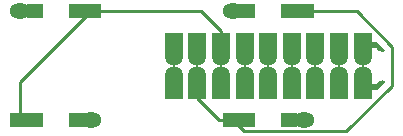
<source format=gbr>
%TF.GenerationSoftware,KiCad,Pcbnew,(6.0.6)*%
%TF.CreationDate,2022-07-28T22:43:08-07:00*%
%TF.ProjectId,left_thumb_routed,6c656674-5f74-4687-956d-625f726f7574,v1.0.0*%
%TF.SameCoordinates,Original*%
%TF.FileFunction,Copper,L1,Top*%
%TF.FilePolarity,Positive*%
%FSLAX46Y46*%
G04 Gerber Fmt 4.6, Leading zero omitted, Abs format (unit mm)*
G04 Created by KiCad (PCBNEW (6.0.6)) date 2022-07-28 22:43:08*
%MOMM*%
%LPD*%
G01*
G04 APERTURE LIST*
%TA.AperFunction,SMDPad,CuDef*%
%ADD10R,1.400000X1.300000*%
%TD*%
%TA.AperFunction,ComponentPad*%
%ADD11R,1.778000X1.300000*%
%TD*%
%TA.AperFunction,ComponentPad*%
%ADD12O,1.778000X1.300000*%
%TD*%
%TA.AperFunction,ComponentPad*%
%ADD13C,1.500000*%
%TD*%
%TA.AperFunction,SMDPad,CuDef*%
%ADD14R,1.500000X2.000000*%
%TD*%
%TA.AperFunction,Conductor*%
%ADD15C,0.250000*%
%TD*%
G04 APERTURE END LIST*
D10*
%TO.P,D36,1*%
%TO.N,R5*%
X-65225000Y-47500000D03*
D11*
X-64000000Y-47500000D03*
D10*
%TO.P,D36,2*%
%TO.N,mirror_c2_r5*%
X-68775000Y-47500000D03*
D12*
X-70000000Y-47500000D03*
%TD*%
D11*
%TO.P,D35,1*%
%TO.N,R4*%
X-82000000Y-47500000D03*
D10*
X-83225000Y-47500000D03*
D12*
%TO.P,D35,2*%
%TO.N,mirror_c2_r4*%
X-88000000Y-47500000D03*
D10*
X-86775000Y-47500000D03*
%TD*%
D13*
%TO.P,J7,1*%
%TO.N,VCC*%
X-59000000Y-51400000D03*
D14*
X-59000000Y-50400000D03*
X-59000000Y-53900000D03*
D13*
X-59000000Y-52900000D03*
D14*
%TO.P,J7,2*%
%TO.N,GND*%
X-61000000Y-50400000D03*
X-61000000Y-53900000D03*
D13*
X-61000000Y-52900000D03*
X-61000000Y-51400000D03*
D14*
%TO.P,J7,3*%
%TO.N,SDA*%
X-63000000Y-53900000D03*
D13*
X-63000000Y-52900000D03*
D14*
X-63000000Y-50400000D03*
D13*
X-63000000Y-51400000D03*
%TO.P,J7,4*%
%TO.N,SCL*%
X-65000000Y-51400000D03*
D14*
X-65000000Y-53900000D03*
D13*
X-65000000Y-52900000D03*
D14*
X-65000000Y-50400000D03*
D13*
%TO.P,J7,5*%
%TO.N,C1*%
X-67000000Y-52900000D03*
D14*
X-67000000Y-53900000D03*
D13*
X-67000000Y-51400000D03*
D14*
X-67000000Y-50400000D03*
D13*
%TO.P,J7,6*%
%TO.N,C2*%
X-69000000Y-51400000D03*
X-69000000Y-52900000D03*
D14*
X-69000000Y-53900000D03*
X-69000000Y-50400000D03*
%TO.P,J7,7*%
%TO.N,R4*%
X-71000000Y-53900000D03*
D13*
X-71000000Y-52900000D03*
D14*
X-71000000Y-50400000D03*
D13*
X-71000000Y-51400000D03*
D14*
%TO.P,J7,8*%
%TO.N,R5*%
X-73000000Y-50400000D03*
X-73000000Y-53900000D03*
D13*
X-73000000Y-51400000D03*
X-73000000Y-52900000D03*
%TO.P,J7,9*%
%TO.N,N/C*%
X-75000000Y-51400000D03*
D14*
X-75000000Y-53900000D03*
D13*
X-75000000Y-52900000D03*
D14*
X-75000000Y-50400000D03*
%TD*%
D11*
%TO.P,D33,1*%
%TO.N,R4*%
X-88000000Y-56700000D03*
D10*
X-86775000Y-56700000D03*
D12*
%TO.P,D33,2*%
%TO.N,mirror_c1_r4*%
X-82000000Y-56700000D03*
D10*
X-83225000Y-56700000D03*
%TD*%
%TO.P,D34,1*%
%TO.N,R5*%
X-68775000Y-56700000D03*
D11*
X-70000000Y-56700000D03*
D12*
%TO.P,D34,2*%
%TO.N,mirror_c1_r5*%
X-64000000Y-56700000D03*
D10*
X-65225000Y-56700000D03*
%TD*%
D15*
%TO.N,R4*%
X-72650000Y-47500000D02*
X-71000000Y-49150000D01*
X-88000000Y-53500000D02*
X-82000000Y-47500000D01*
X-71000000Y-49150000D02*
X-71000000Y-50400000D01*
X-82000000Y-47500000D02*
X-72650000Y-47500000D01*
X-88000000Y-56700000D02*
X-88000000Y-53500000D01*
%TO.N,R5*%
X-56500000Y-50500000D02*
X-56500000Y-53800000D01*
X-59500000Y-47500000D02*
X-56500000Y-50500000D01*
X-69025000Y-57675000D02*
X-70000000Y-56700000D01*
X-60375000Y-57675000D02*
X-69025000Y-57675000D01*
X-73000000Y-54839000D02*
X-73000000Y-53149500D01*
X-71139000Y-56700000D02*
X-73000000Y-54839000D01*
X-64000000Y-47500000D02*
X-59500000Y-47500000D01*
X-70000000Y-56700000D02*
X-71139000Y-56700000D01*
X-56500000Y-53800000D02*
X-60375000Y-57675000D01*
%TD*%
%TA.AperFunction,Conductor*%
%TO.N,VCC*%
G36*
X-57177745Y-53377182D02*
G01*
X-57138889Y-53436602D01*
X-57133500Y-53473058D01*
X-57133500Y-53485406D01*
X-57153502Y-53553527D01*
X-57170405Y-53574501D01*
X-57712999Y-54117095D01*
X-57775311Y-54151121D01*
X-57802094Y-54154000D01*
X-59128000Y-54154000D01*
X-59196121Y-54133998D01*
X-59242614Y-54080342D01*
X-59254000Y-54028000D01*
X-59254000Y-53772000D01*
X-59233998Y-53703879D01*
X-59180342Y-53657386D01*
X-59128000Y-53646000D01*
X-57760116Y-53646000D01*
X-57744877Y-53641525D01*
X-57743672Y-53640135D01*
X-57742001Y-53632452D01*
X-57742001Y-53577110D01*
X-57721999Y-53508989D01*
X-57668343Y-53462496D01*
X-57626984Y-53451590D01*
X-57574206Y-53446972D01*
X-57549022Y-53440224D01*
X-57409066Y-53402722D01*
X-57409067Y-53402722D01*
X-57403755Y-53401299D01*
X-57327035Y-53365524D01*
X-57312750Y-53358863D01*
X-57242558Y-53348202D01*
X-57177745Y-53377182D01*
G37*
%TD.AperFunction*%
%TA.AperFunction,Conductor*%
G36*
X-57733973Y-50166002D02*
G01*
X-57712999Y-50182905D01*
X-57170405Y-50725499D01*
X-57136379Y-50787811D01*
X-57133500Y-50814594D01*
X-57133500Y-50826942D01*
X-57153502Y-50895063D01*
X-57207158Y-50941556D01*
X-57277432Y-50951660D01*
X-57312750Y-50941137D01*
X-57346796Y-50925262D01*
X-57403755Y-50898701D01*
X-57488980Y-50875865D01*
X-57568895Y-50854451D01*
X-57568896Y-50854451D01*
X-57574206Y-50853028D01*
X-57626982Y-50848411D01*
X-57693099Y-50822548D01*
X-57734739Y-50765045D01*
X-57742000Y-50722890D01*
X-57742000Y-50672115D01*
X-57746475Y-50656876D01*
X-57747865Y-50655671D01*
X-57755548Y-50654000D01*
X-59128000Y-50654000D01*
X-59196121Y-50633998D01*
X-59242614Y-50580342D01*
X-59254000Y-50528000D01*
X-59254000Y-50272000D01*
X-59233998Y-50203879D01*
X-59180342Y-50157386D01*
X-59128000Y-50146000D01*
X-57802094Y-50146000D01*
X-57733973Y-50166002D01*
G37*
%TD.AperFunction*%
%TD*%
M02*

</source>
